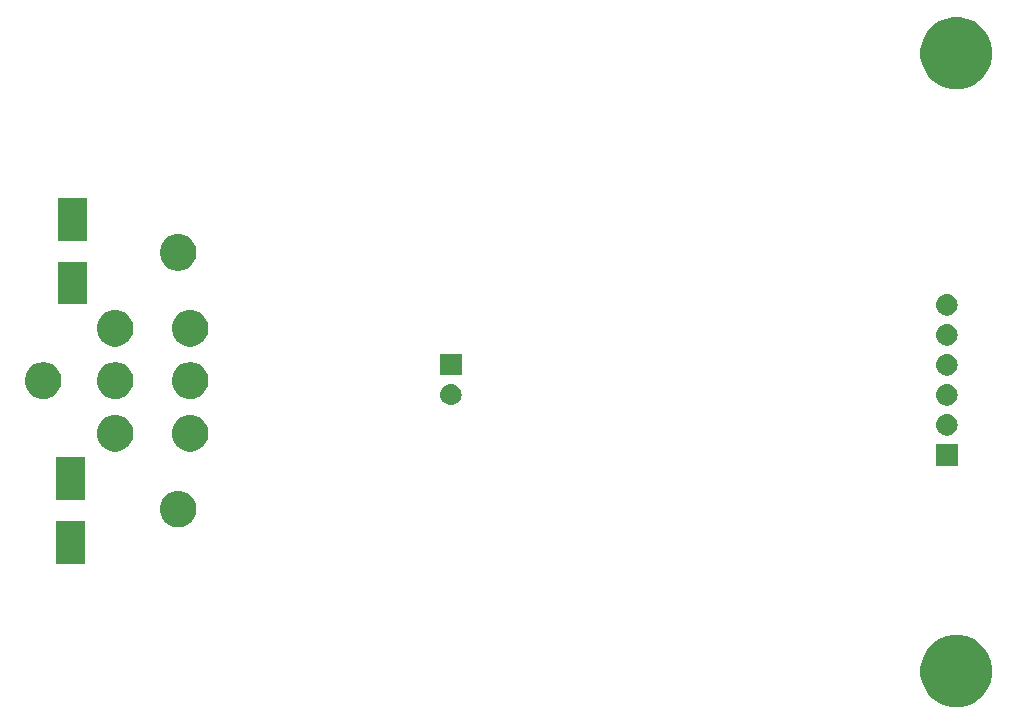
<source format=gbr>
G04 #@! TF.GenerationSoftware,KiCad,Pcbnew,(5.1.2)-2*
G04 #@! TF.CreationDate,2020-01-18T23:10:23-05:00*
G04 #@! TF.ProjectId,PowerSenseModule,506f7765-7253-4656-9e73-654d6f64756c,1.0*
G04 #@! TF.SameCoordinates,Original*
G04 #@! TF.FileFunction,Soldermask,Bot*
G04 #@! TF.FilePolarity,Negative*
%FSLAX46Y46*%
G04 Gerber Fmt 4.6, Leading zero omitted, Abs format (unit mm)*
G04 Created by KiCad (PCBNEW (5.1.2)-2) date 2020-01-18 23:10:23*
%MOMM*%
%LPD*%
G04 APERTURE LIST*
%ADD10C,0.100000*%
G04 APERTURE END LIST*
D10*
G36*
X195849943Y-113536248D02*
G01*
X196405189Y-113766238D01*
X196405190Y-113766239D01*
X196904899Y-114100134D01*
X197329866Y-114525101D01*
X197329867Y-114525103D01*
X197663762Y-115024811D01*
X197893752Y-115580057D01*
X198011000Y-116169501D01*
X198011000Y-116770499D01*
X197893752Y-117359943D01*
X197663762Y-117915189D01*
X197663761Y-117915190D01*
X197329866Y-118414899D01*
X196904899Y-118839866D01*
X196653347Y-119007948D01*
X196405189Y-119173762D01*
X195849943Y-119403752D01*
X195260499Y-119521000D01*
X194659501Y-119521000D01*
X194070057Y-119403752D01*
X193514811Y-119173762D01*
X193266653Y-119007948D01*
X193015101Y-118839866D01*
X192590134Y-118414899D01*
X192256239Y-117915190D01*
X192256238Y-117915189D01*
X192026248Y-117359943D01*
X191909000Y-116770499D01*
X191909000Y-116169501D01*
X192026248Y-115580057D01*
X192256238Y-115024811D01*
X192590133Y-114525103D01*
X192590134Y-114525101D01*
X193015101Y-114100134D01*
X193514810Y-113766239D01*
X193514811Y-113766238D01*
X194070057Y-113536248D01*
X194659501Y-113419000D01*
X195260499Y-113419000D01*
X195849943Y-113536248D01*
X195849943Y-113536248D01*
G37*
G36*
X121161000Y-107371000D02*
G01*
X118759000Y-107371000D01*
X118759000Y-103769000D01*
X121161000Y-103769000D01*
X121161000Y-107371000D01*
X121161000Y-107371000D01*
G37*
G36*
X129366585Y-101235002D02*
G01*
X129516410Y-101264804D01*
X129798674Y-101381721D01*
X130052705Y-101551459D01*
X130268741Y-101767495D01*
X130438479Y-102021526D01*
X130555396Y-102303790D01*
X130615000Y-102603440D01*
X130615000Y-102908960D01*
X130555396Y-103208610D01*
X130438479Y-103490874D01*
X130268741Y-103744905D01*
X130052705Y-103960941D01*
X129798674Y-104130679D01*
X129516410Y-104247596D01*
X129366585Y-104277398D01*
X129216761Y-104307200D01*
X128911239Y-104307200D01*
X128761415Y-104277398D01*
X128611590Y-104247596D01*
X128329326Y-104130679D01*
X128075295Y-103960941D01*
X127859259Y-103744905D01*
X127689521Y-103490874D01*
X127572604Y-103208610D01*
X127513000Y-102908960D01*
X127513000Y-102603440D01*
X127572604Y-102303790D01*
X127689521Y-102021526D01*
X127859259Y-101767495D01*
X128075295Y-101551459D01*
X128329326Y-101381721D01*
X128611590Y-101264804D01*
X128761415Y-101235002D01*
X128911239Y-101205200D01*
X129216761Y-101205200D01*
X129366585Y-101235002D01*
X129366585Y-101235002D01*
G37*
G36*
X121161000Y-101971000D02*
G01*
X118759000Y-101971000D01*
X118759000Y-98369000D01*
X121161000Y-98369000D01*
X121161000Y-101971000D01*
X121161000Y-101971000D01*
G37*
G36*
X195051000Y-99071000D02*
G01*
X193249000Y-99071000D01*
X193249000Y-97269000D01*
X195051000Y-97269000D01*
X195051000Y-99071000D01*
X195051000Y-99071000D01*
G37*
G36*
X130382585Y-94808802D02*
G01*
X130532410Y-94838604D01*
X130814674Y-94955521D01*
X131068705Y-95125259D01*
X131284741Y-95341295D01*
X131454479Y-95595326D01*
X131468841Y-95630000D01*
X131571396Y-95877591D01*
X131631000Y-96177239D01*
X131631000Y-96482761D01*
X131601198Y-96632585D01*
X131571396Y-96782410D01*
X131454479Y-97064674D01*
X131284741Y-97318705D01*
X131068705Y-97534741D01*
X130814674Y-97704479D01*
X130532410Y-97821396D01*
X130382585Y-97851198D01*
X130232761Y-97881000D01*
X129927239Y-97881000D01*
X129777415Y-97851198D01*
X129627590Y-97821396D01*
X129345326Y-97704479D01*
X129091295Y-97534741D01*
X128875259Y-97318705D01*
X128705521Y-97064674D01*
X128588604Y-96782410D01*
X128558802Y-96632585D01*
X128529000Y-96482761D01*
X128529000Y-96177239D01*
X128588604Y-95877591D01*
X128691159Y-95630000D01*
X128705521Y-95595326D01*
X128875259Y-95341295D01*
X129091295Y-95125259D01*
X129345326Y-94955521D01*
X129627590Y-94838604D01*
X129777415Y-94808802D01*
X129927239Y-94779000D01*
X130232761Y-94779000D01*
X130382585Y-94808802D01*
X130382585Y-94808802D01*
G37*
G36*
X124032585Y-94808802D02*
G01*
X124182410Y-94838604D01*
X124464674Y-94955521D01*
X124718705Y-95125259D01*
X124934741Y-95341295D01*
X125104479Y-95595326D01*
X125118841Y-95630000D01*
X125221396Y-95877591D01*
X125281000Y-96177239D01*
X125281000Y-96482761D01*
X125251198Y-96632585D01*
X125221396Y-96782410D01*
X125104479Y-97064674D01*
X124934741Y-97318705D01*
X124718705Y-97534741D01*
X124464674Y-97704479D01*
X124182410Y-97821396D01*
X124032585Y-97851198D01*
X123882761Y-97881000D01*
X123577239Y-97881000D01*
X123427415Y-97851198D01*
X123277590Y-97821396D01*
X122995326Y-97704479D01*
X122741295Y-97534741D01*
X122525259Y-97318705D01*
X122355521Y-97064674D01*
X122238604Y-96782410D01*
X122208802Y-96632585D01*
X122179000Y-96482761D01*
X122179000Y-96177239D01*
X122238604Y-95877591D01*
X122341159Y-95630000D01*
X122355521Y-95595326D01*
X122525259Y-95341295D01*
X122741295Y-95125259D01*
X122995326Y-94955521D01*
X123277590Y-94838604D01*
X123427415Y-94808802D01*
X123577239Y-94779000D01*
X123882761Y-94779000D01*
X124032585Y-94808802D01*
X124032585Y-94808802D01*
G37*
G36*
X194260443Y-94735519D02*
G01*
X194326627Y-94742037D01*
X194496466Y-94793557D01*
X194652991Y-94877222D01*
X194688729Y-94906552D01*
X194790186Y-94989814D01*
X194873448Y-95091271D01*
X194902778Y-95127009D01*
X194986443Y-95283534D01*
X195037963Y-95453373D01*
X195055359Y-95630000D01*
X195037963Y-95806627D01*
X194986443Y-95976466D01*
X194902778Y-96132991D01*
X194873448Y-96168729D01*
X194790186Y-96270186D01*
X194688729Y-96353448D01*
X194652991Y-96382778D01*
X194496466Y-96466443D01*
X194326627Y-96517963D01*
X194260443Y-96524481D01*
X194194260Y-96531000D01*
X194105740Y-96531000D01*
X194039557Y-96524481D01*
X193973373Y-96517963D01*
X193803534Y-96466443D01*
X193647009Y-96382778D01*
X193611271Y-96353448D01*
X193509814Y-96270186D01*
X193426552Y-96168729D01*
X193397222Y-96132991D01*
X193313557Y-95976466D01*
X193262037Y-95806627D01*
X193244641Y-95630000D01*
X193262037Y-95453373D01*
X193313557Y-95283534D01*
X193397222Y-95127009D01*
X193426552Y-95091271D01*
X193509814Y-94989814D01*
X193611271Y-94906552D01*
X193647009Y-94877222D01*
X193803534Y-94793557D01*
X193973373Y-94742037D01*
X194039558Y-94735518D01*
X194105740Y-94729000D01*
X194194260Y-94729000D01*
X194260443Y-94735519D01*
X194260443Y-94735519D01*
G37*
G36*
X194260443Y-92195519D02*
G01*
X194326627Y-92202037D01*
X194496466Y-92253557D01*
X194652991Y-92337222D01*
X194688729Y-92366552D01*
X194790186Y-92449814D01*
X194873448Y-92551271D01*
X194902778Y-92587009D01*
X194902779Y-92587011D01*
X194970407Y-92713532D01*
X194986443Y-92743534D01*
X195037963Y-92913373D01*
X195055359Y-93090000D01*
X195037963Y-93266627D01*
X194986443Y-93436466D01*
X194902778Y-93592991D01*
X194873448Y-93628729D01*
X194790186Y-93730186D01*
X194689546Y-93812778D01*
X194652991Y-93842778D01*
X194652989Y-93842779D01*
X194552594Y-93896442D01*
X194496466Y-93926443D01*
X194326627Y-93977963D01*
X194260443Y-93984481D01*
X194194260Y-93991000D01*
X194105740Y-93991000D01*
X194039558Y-93984482D01*
X193973373Y-93977963D01*
X193803534Y-93926443D01*
X193747407Y-93896442D01*
X193647011Y-93842779D01*
X193647009Y-93842778D01*
X193610454Y-93812778D01*
X193509814Y-93730186D01*
X193426552Y-93628729D01*
X193397222Y-93592991D01*
X193313557Y-93436466D01*
X193262037Y-93266627D01*
X193244641Y-93090000D01*
X193262037Y-92913373D01*
X193313557Y-92743534D01*
X193329594Y-92713532D01*
X193397221Y-92587011D01*
X193397222Y-92587009D01*
X193426552Y-92551271D01*
X193509814Y-92449814D01*
X193611271Y-92366552D01*
X193647009Y-92337222D01*
X193803534Y-92253557D01*
X193973373Y-92202037D01*
X194039557Y-92195519D01*
X194105740Y-92189000D01*
X194194260Y-92189000D01*
X194260443Y-92195519D01*
X194260443Y-92195519D01*
G37*
G36*
X152270442Y-92165518D02*
G01*
X152336627Y-92172037D01*
X152506466Y-92223557D01*
X152506468Y-92223558D01*
X152584729Y-92265390D01*
X152662991Y-92307222D01*
X152698729Y-92336552D01*
X152800186Y-92419814D01*
X152883448Y-92521271D01*
X152912778Y-92557009D01*
X152996443Y-92713534D01*
X153047963Y-92883373D01*
X153065359Y-93060000D01*
X153047963Y-93236627D01*
X152996443Y-93406466D01*
X152996442Y-93406468D01*
X152954611Y-93484728D01*
X152912778Y-93562991D01*
X152888159Y-93592989D01*
X152800186Y-93700186D01*
X152698729Y-93783448D01*
X152662991Y-93812778D01*
X152506466Y-93896443D01*
X152336627Y-93947963D01*
X152270442Y-93954482D01*
X152204260Y-93961000D01*
X152115740Y-93961000D01*
X152049558Y-93954482D01*
X151983373Y-93947963D01*
X151813534Y-93896443D01*
X151657009Y-93812778D01*
X151621271Y-93783448D01*
X151519814Y-93700186D01*
X151431841Y-93592989D01*
X151407222Y-93562991D01*
X151365389Y-93484728D01*
X151323558Y-93406468D01*
X151323557Y-93406466D01*
X151272037Y-93236627D01*
X151254641Y-93060000D01*
X151272037Y-92883373D01*
X151323557Y-92713534D01*
X151407222Y-92557009D01*
X151436552Y-92521271D01*
X151519814Y-92419814D01*
X151621271Y-92336552D01*
X151657009Y-92307222D01*
X151735272Y-92265389D01*
X151813532Y-92223558D01*
X151813534Y-92223557D01*
X151983373Y-92172037D01*
X152049558Y-92165518D01*
X152115740Y-92159000D01*
X152204260Y-92159000D01*
X152270442Y-92165518D01*
X152270442Y-92165518D01*
G37*
G36*
X130382585Y-90363802D02*
G01*
X130532410Y-90393604D01*
X130814674Y-90510521D01*
X131068705Y-90680259D01*
X131284741Y-90896295D01*
X131454479Y-91150326D01*
X131571396Y-91432590D01*
X131631000Y-91732240D01*
X131631000Y-92037760D01*
X131571396Y-92337410D01*
X131454479Y-92619674D01*
X131284741Y-92873705D01*
X131068705Y-93089741D01*
X130814674Y-93259479D01*
X130532410Y-93376396D01*
X130382585Y-93406198D01*
X130232761Y-93436000D01*
X129927239Y-93436000D01*
X129777415Y-93406198D01*
X129627590Y-93376396D01*
X129345326Y-93259479D01*
X129091295Y-93089741D01*
X128875259Y-92873705D01*
X128705521Y-92619674D01*
X128588604Y-92337410D01*
X128529000Y-92037760D01*
X128529000Y-91732240D01*
X128588604Y-91432590D01*
X128705521Y-91150326D01*
X128875259Y-90896295D01*
X129091295Y-90680259D01*
X129345326Y-90510521D01*
X129627590Y-90393604D01*
X129777415Y-90363802D01*
X129927239Y-90334000D01*
X130232761Y-90334000D01*
X130382585Y-90363802D01*
X130382585Y-90363802D01*
G37*
G36*
X117936585Y-90363802D02*
G01*
X118086410Y-90393604D01*
X118368674Y-90510521D01*
X118622705Y-90680259D01*
X118838741Y-90896295D01*
X119008479Y-91150326D01*
X119125396Y-91432590D01*
X119185000Y-91732240D01*
X119185000Y-92037760D01*
X119125396Y-92337410D01*
X119008479Y-92619674D01*
X118838741Y-92873705D01*
X118622705Y-93089741D01*
X118368674Y-93259479D01*
X118086410Y-93376396D01*
X117936585Y-93406198D01*
X117786761Y-93436000D01*
X117481239Y-93436000D01*
X117331415Y-93406198D01*
X117181590Y-93376396D01*
X116899326Y-93259479D01*
X116645295Y-93089741D01*
X116429259Y-92873705D01*
X116259521Y-92619674D01*
X116142604Y-92337410D01*
X116083000Y-92037760D01*
X116083000Y-91732240D01*
X116142604Y-91432590D01*
X116259521Y-91150326D01*
X116429259Y-90896295D01*
X116645295Y-90680259D01*
X116899326Y-90510521D01*
X117181590Y-90393604D01*
X117331415Y-90363802D01*
X117481239Y-90334000D01*
X117786761Y-90334000D01*
X117936585Y-90363802D01*
X117936585Y-90363802D01*
G37*
G36*
X124032585Y-90363802D02*
G01*
X124182410Y-90393604D01*
X124464674Y-90510521D01*
X124718705Y-90680259D01*
X124934741Y-90896295D01*
X125104479Y-91150326D01*
X125221396Y-91432590D01*
X125281000Y-91732240D01*
X125281000Y-92037760D01*
X125221396Y-92337410D01*
X125104479Y-92619674D01*
X124934741Y-92873705D01*
X124718705Y-93089741D01*
X124464674Y-93259479D01*
X124182410Y-93376396D01*
X124032585Y-93406198D01*
X123882761Y-93436000D01*
X123577239Y-93436000D01*
X123427415Y-93406198D01*
X123277590Y-93376396D01*
X122995326Y-93259479D01*
X122741295Y-93089741D01*
X122525259Y-92873705D01*
X122355521Y-92619674D01*
X122238604Y-92337410D01*
X122179000Y-92037760D01*
X122179000Y-91732240D01*
X122238604Y-91432590D01*
X122355521Y-91150326D01*
X122525259Y-90896295D01*
X122741295Y-90680259D01*
X122995326Y-90510521D01*
X123277590Y-90393604D01*
X123427415Y-90363802D01*
X123577239Y-90334000D01*
X123882761Y-90334000D01*
X124032585Y-90363802D01*
X124032585Y-90363802D01*
G37*
G36*
X194260443Y-89655519D02*
G01*
X194326627Y-89662037D01*
X194496466Y-89713557D01*
X194652991Y-89797222D01*
X194688729Y-89826552D01*
X194790186Y-89909814D01*
X194873448Y-90011271D01*
X194902778Y-90047009D01*
X194986443Y-90203534D01*
X195037963Y-90373373D01*
X195055359Y-90550000D01*
X195037963Y-90726627D01*
X194986443Y-90896466D01*
X194902778Y-91052991D01*
X194873448Y-91088729D01*
X194790186Y-91190186D01*
X194688729Y-91273448D01*
X194652991Y-91302778D01*
X194496466Y-91386443D01*
X194326627Y-91437963D01*
X194260442Y-91444482D01*
X194194260Y-91451000D01*
X194105740Y-91451000D01*
X194039558Y-91444482D01*
X193973373Y-91437963D01*
X193803534Y-91386443D01*
X193647009Y-91302778D01*
X193611271Y-91273448D01*
X193509814Y-91190186D01*
X193426552Y-91088729D01*
X193397222Y-91052991D01*
X193313557Y-90896466D01*
X193262037Y-90726627D01*
X193244641Y-90550000D01*
X193262037Y-90373373D01*
X193313557Y-90203534D01*
X193397222Y-90047009D01*
X193426552Y-90011271D01*
X193509814Y-89909814D01*
X193611271Y-89826552D01*
X193647009Y-89797222D01*
X193803534Y-89713557D01*
X193973373Y-89662037D01*
X194039558Y-89655518D01*
X194105740Y-89649000D01*
X194194260Y-89649000D01*
X194260443Y-89655519D01*
X194260443Y-89655519D01*
G37*
G36*
X153061000Y-91421000D02*
G01*
X151259000Y-91421000D01*
X151259000Y-89619000D01*
X153061000Y-89619000D01*
X153061000Y-91421000D01*
X153061000Y-91421000D01*
G37*
G36*
X130382585Y-85918802D02*
G01*
X130532410Y-85948604D01*
X130814674Y-86065521D01*
X131068705Y-86235259D01*
X131284741Y-86451295D01*
X131454479Y-86705326D01*
X131571396Y-86987590D01*
X131631000Y-87287240D01*
X131631000Y-87592760D01*
X131571396Y-87892410D01*
X131454479Y-88174674D01*
X131284741Y-88428705D01*
X131068705Y-88644741D01*
X130814674Y-88814479D01*
X130532410Y-88931396D01*
X130382585Y-88961198D01*
X130232761Y-88991000D01*
X129927239Y-88991000D01*
X129777415Y-88961198D01*
X129627590Y-88931396D01*
X129345326Y-88814479D01*
X129091295Y-88644741D01*
X128875259Y-88428705D01*
X128705521Y-88174674D01*
X128588604Y-87892410D01*
X128529000Y-87592760D01*
X128529000Y-87287240D01*
X128588604Y-86987590D01*
X128705521Y-86705326D01*
X128875259Y-86451295D01*
X129091295Y-86235259D01*
X129345326Y-86065521D01*
X129627590Y-85948604D01*
X129777415Y-85918802D01*
X129927239Y-85889000D01*
X130232761Y-85889000D01*
X130382585Y-85918802D01*
X130382585Y-85918802D01*
G37*
G36*
X124032585Y-85918802D02*
G01*
X124182410Y-85948604D01*
X124464674Y-86065521D01*
X124718705Y-86235259D01*
X124934741Y-86451295D01*
X125104479Y-86705326D01*
X125221396Y-86987590D01*
X125281000Y-87287240D01*
X125281000Y-87592760D01*
X125221396Y-87892410D01*
X125104479Y-88174674D01*
X124934741Y-88428705D01*
X124718705Y-88644741D01*
X124464674Y-88814479D01*
X124182410Y-88931396D01*
X124032585Y-88961198D01*
X123882761Y-88991000D01*
X123577239Y-88991000D01*
X123427415Y-88961198D01*
X123277590Y-88931396D01*
X122995326Y-88814479D01*
X122741295Y-88644741D01*
X122525259Y-88428705D01*
X122355521Y-88174674D01*
X122238604Y-87892410D01*
X122179000Y-87592760D01*
X122179000Y-87287240D01*
X122238604Y-86987590D01*
X122355521Y-86705326D01*
X122525259Y-86451295D01*
X122741295Y-86235259D01*
X122995326Y-86065521D01*
X123277590Y-85948604D01*
X123427415Y-85918802D01*
X123577239Y-85889000D01*
X123882761Y-85889000D01*
X124032585Y-85918802D01*
X124032585Y-85918802D01*
G37*
G36*
X194260442Y-87115518D02*
G01*
X194326627Y-87122037D01*
X194496466Y-87173557D01*
X194652991Y-87257222D01*
X194688729Y-87286552D01*
X194790186Y-87369814D01*
X194873448Y-87471271D01*
X194902778Y-87507009D01*
X194986443Y-87663534D01*
X195037963Y-87833373D01*
X195055359Y-88010000D01*
X195037963Y-88186627D01*
X194986443Y-88356466D01*
X194902778Y-88512991D01*
X194873448Y-88548729D01*
X194790186Y-88650186D01*
X194688729Y-88733448D01*
X194652991Y-88762778D01*
X194496466Y-88846443D01*
X194326627Y-88897963D01*
X194260442Y-88904482D01*
X194194260Y-88911000D01*
X194105740Y-88911000D01*
X194039557Y-88904481D01*
X193973373Y-88897963D01*
X193803534Y-88846443D01*
X193647009Y-88762778D01*
X193611271Y-88733448D01*
X193509814Y-88650186D01*
X193426552Y-88548729D01*
X193397222Y-88512991D01*
X193313557Y-88356466D01*
X193262037Y-88186627D01*
X193244641Y-88010000D01*
X193262037Y-87833373D01*
X193313557Y-87663534D01*
X193397222Y-87507009D01*
X193426552Y-87471271D01*
X193509814Y-87369814D01*
X193611271Y-87286552D01*
X193647009Y-87257222D01*
X193803534Y-87173557D01*
X193973373Y-87122037D01*
X194039558Y-87115518D01*
X194105740Y-87109000D01*
X194194260Y-87109000D01*
X194260442Y-87115518D01*
X194260442Y-87115518D01*
G37*
G36*
X194260443Y-84575519D02*
G01*
X194326627Y-84582037D01*
X194496466Y-84633557D01*
X194652991Y-84717222D01*
X194688729Y-84746552D01*
X194790186Y-84829814D01*
X194873448Y-84931271D01*
X194902778Y-84967009D01*
X194986443Y-85123534D01*
X195037963Y-85293373D01*
X195055359Y-85470000D01*
X195037963Y-85646627D01*
X194986443Y-85816466D01*
X194902778Y-85972991D01*
X194873448Y-86008729D01*
X194790186Y-86110186D01*
X194688729Y-86193448D01*
X194652991Y-86222778D01*
X194496466Y-86306443D01*
X194326627Y-86357963D01*
X194260443Y-86364481D01*
X194194260Y-86371000D01*
X194105740Y-86371000D01*
X194039557Y-86364481D01*
X193973373Y-86357963D01*
X193803534Y-86306443D01*
X193647009Y-86222778D01*
X193611271Y-86193448D01*
X193509814Y-86110186D01*
X193426552Y-86008729D01*
X193397222Y-85972991D01*
X193313557Y-85816466D01*
X193262037Y-85646627D01*
X193244641Y-85470000D01*
X193262037Y-85293373D01*
X193313557Y-85123534D01*
X193397222Y-84967009D01*
X193426552Y-84931271D01*
X193509814Y-84829814D01*
X193611271Y-84746552D01*
X193647009Y-84717222D01*
X193803534Y-84633557D01*
X193973373Y-84582037D01*
X194039557Y-84575519D01*
X194105740Y-84569000D01*
X194194260Y-84569000D01*
X194260443Y-84575519D01*
X194260443Y-84575519D01*
G37*
G36*
X121311000Y-85421000D02*
G01*
X118909000Y-85421000D01*
X118909000Y-81819000D01*
X121311000Y-81819000D01*
X121311000Y-85421000D01*
X121311000Y-85421000D01*
G37*
G36*
X129366585Y-79492602D02*
G01*
X129516410Y-79522404D01*
X129798674Y-79639321D01*
X130052705Y-79809059D01*
X130268741Y-80025095D01*
X130438479Y-80279126D01*
X130555396Y-80561390D01*
X130615000Y-80861040D01*
X130615000Y-81166560D01*
X130555396Y-81466210D01*
X130438479Y-81748474D01*
X130268741Y-82002505D01*
X130052705Y-82218541D01*
X129798674Y-82388279D01*
X129516410Y-82505196D01*
X129366585Y-82534998D01*
X129216761Y-82564800D01*
X128911239Y-82564800D01*
X128761415Y-82534998D01*
X128611590Y-82505196D01*
X128329326Y-82388279D01*
X128075295Y-82218541D01*
X127859259Y-82002505D01*
X127689521Y-81748474D01*
X127572604Y-81466210D01*
X127513000Y-81166560D01*
X127513000Y-80861040D01*
X127572604Y-80561390D01*
X127689521Y-80279126D01*
X127859259Y-80025095D01*
X128075295Y-79809059D01*
X128329326Y-79639321D01*
X128611590Y-79522404D01*
X128761415Y-79492602D01*
X128911239Y-79462800D01*
X129216761Y-79462800D01*
X129366585Y-79492602D01*
X129366585Y-79492602D01*
G37*
G36*
X121311000Y-80021000D02*
G01*
X118909000Y-80021000D01*
X118909000Y-76419000D01*
X121311000Y-76419000D01*
X121311000Y-80021000D01*
X121311000Y-80021000D01*
G37*
G36*
X195849943Y-61236248D02*
G01*
X196405189Y-61466238D01*
X196405190Y-61466239D01*
X196904899Y-61800134D01*
X197329866Y-62225101D01*
X197329867Y-62225103D01*
X197663762Y-62724811D01*
X197893752Y-63280057D01*
X198011000Y-63869501D01*
X198011000Y-64470499D01*
X197893752Y-65059943D01*
X197663762Y-65615189D01*
X197663761Y-65615190D01*
X197329866Y-66114899D01*
X196904899Y-66539866D01*
X196653347Y-66707948D01*
X196405189Y-66873762D01*
X195849943Y-67103752D01*
X195260499Y-67221000D01*
X194659501Y-67221000D01*
X194070057Y-67103752D01*
X193514811Y-66873762D01*
X193266653Y-66707948D01*
X193015101Y-66539866D01*
X192590134Y-66114899D01*
X192256239Y-65615190D01*
X192256238Y-65615189D01*
X192026248Y-65059943D01*
X191909000Y-64470499D01*
X191909000Y-63869501D01*
X192026248Y-63280057D01*
X192256238Y-62724811D01*
X192590133Y-62225103D01*
X192590134Y-62225101D01*
X193015101Y-61800134D01*
X193514810Y-61466239D01*
X193514811Y-61466238D01*
X194070057Y-61236248D01*
X194659501Y-61119000D01*
X195260499Y-61119000D01*
X195849943Y-61236248D01*
X195849943Y-61236248D01*
G37*
M02*

</source>
